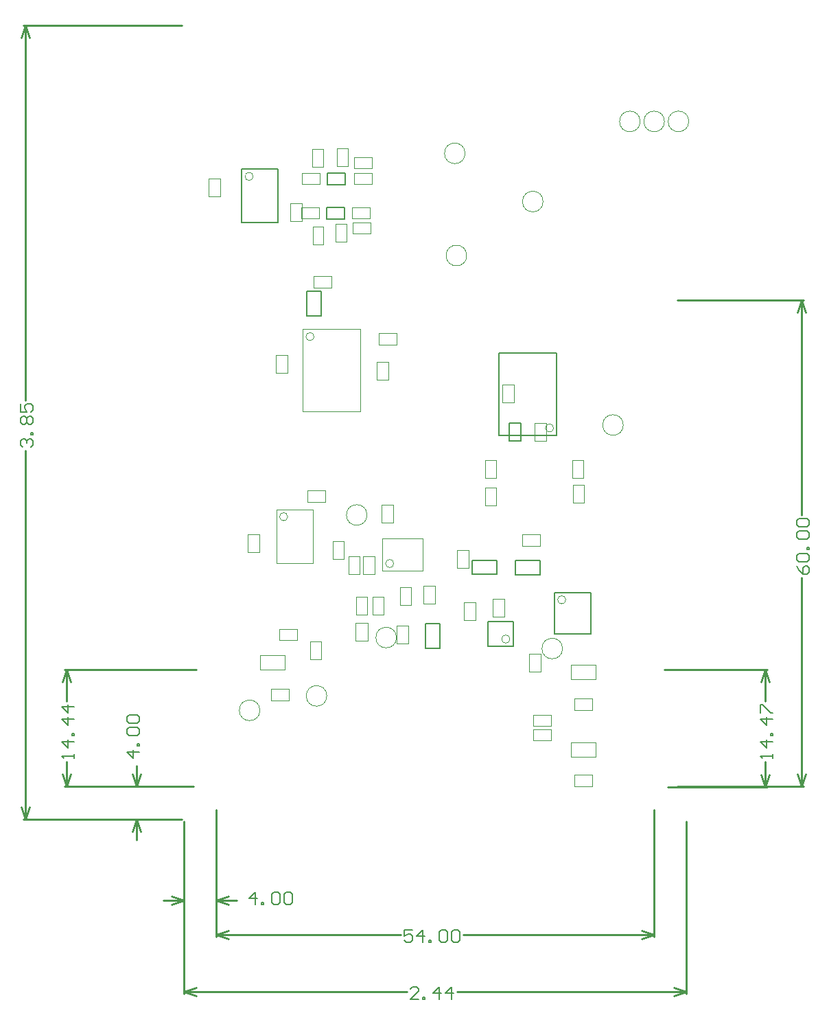
<source format=gbr>
G04 Layer_Color=16711935*
%FSLAX26Y26*%
%MOIN*%
%TF.FileFunction,Other,Mechanical_13*%
%TF.Part,Single*%
G01*
G75*
%TA.AperFunction,NonConductor*%
%ADD50C,0.010000*%
%ADD51C,0.003937*%
%ADD53C,0.005000*%
%ADD80C,0.006000*%
D50*
X-2064882Y-2812522D02*
X-1439945D01*
X-2064882Y-2244018D02*
X-1425532D01*
X-2054882Y-2812522D02*
Y-2690228D01*
Y-2398312D02*
Y-2244018D01*
Y-2812522D02*
X-2034882Y-2752522D01*
X-2074882D02*
X-2054882Y-2812522D01*
X-2074882Y-2304018D02*
X-2054882Y-2244018D01*
X-2034882Y-2304018D01*
X848464Y-2244018D02*
X1346850D01*
X864409Y-2813703D02*
X1346850D01*
X1336850Y-2398903D02*
Y-2244018D01*
Y-2813703D02*
Y-2690819D01*
X1316850Y-2304018D02*
X1336850Y-2244018D01*
X1356850Y-2304018D01*
X1336850Y-2813703D02*
X1356850Y-2753703D01*
X1316850D02*
X1336850Y-2813703D01*
X-1727000Y-2812522D02*
X-1439945D01*
X-1727000Y-2970112D02*
X-1495110D01*
X-1717000Y-3070112D02*
Y-2970112D01*
Y-2812522D02*
Y-2712522D01*
X-1737000Y-3030112D02*
X-1717000Y-2970112D01*
X-1697000Y-3030112D01*
X-1717000Y-2812522D02*
X-1697000Y-2752522D01*
X-1737000D02*
X-1717000Y-2812522D01*
X-1485110Y-3373703D02*
Y-2980112D01*
X-1327520Y-3373703D02*
Y-2924947D01*
Y-3363703D02*
X-1227520D01*
X-1585110D02*
X-1485110D01*
X-1327520D02*
X-1267520Y-3383703D01*
X-1327520Y-3363703D02*
X-1267520Y-3343703D01*
X-1545110D02*
X-1485110Y-3363703D01*
X-1545110Y-3383703D02*
X-1485110Y-3363703D01*
X-1327520Y-3541962D02*
Y-2924947D01*
X798464Y-3541962D02*
Y-2924947D01*
X-1327520Y-3531962D02*
X-431484D01*
X-129572D02*
X798464D01*
X-1327520D02*
X-1267520Y-3551962D01*
X-1327520Y-3531962D02*
X-1267520Y-3511962D01*
X738464D02*
X798464Y-3531962D01*
X738464Y-3551962D02*
X798464Y-3531962D01*
X910889Y-2812522D02*
X1524890D01*
X910889Y-450316D02*
X1524890D01*
X1514890Y-2812522D02*
Y-1798375D01*
Y-1496463D02*
Y-450316D01*
Y-2812522D02*
X1534890Y-2752522D01*
X1494890D02*
X1514890Y-2812522D01*
X1494890Y-510316D02*
X1514890Y-450316D01*
X1534890Y-510316D01*
X-2266000Y881998D02*
X-1495110D01*
X-2266000Y-2970112D02*
X-1495110D01*
X-2256000Y-939091D02*
Y881998D01*
Y-2970112D02*
Y-1181023D01*
X-2276000Y821998D02*
X-2256000Y881998D01*
X-2236000Y821998D01*
X-2256000Y-2970112D02*
X-2236000Y-2910112D01*
X-2276000D02*
X-2256000Y-2970112D01*
X-1485110Y-3817553D02*
Y-2980112D01*
X955945Y-3817553D02*
Y-2980112D01*
X-1485110Y-3807553D02*
X-401548D01*
X-159616D02*
X955945D01*
X-1485110D02*
X-1425110Y-3827553D01*
X-1485110Y-3807553D02*
X-1425110Y-3787553D01*
X895945D02*
X955945Y-3807553D01*
X895945Y-3827553D02*
X955945Y-3807553D01*
D51*
X353465Y-2142522D02*
G03*
X353465Y-2142522I-50000J0D01*
G01*
X648465Y-1057522D02*
G03*
X648465Y-1057522I-50000J0D01*
G01*
X-120000Y260998D02*
G03*
X-120000Y260998I-50000J0D01*
G01*
X-1116535Y-2442522D02*
G03*
X-1116535Y-2442522I-50000J0D01*
G01*
X730354Y415825D02*
G03*
X730354Y415825I-50000J0D01*
G01*
X848465D02*
G03*
X848465Y415825I-50000J0D01*
G01*
X966575D02*
G03*
X966575Y415825I-50000J0D01*
G01*
X-791535Y-2372522D02*
G03*
X-791535Y-2372522I-50000J0D01*
G01*
X259000Y26998D02*
G03*
X259000Y26998I-50000J0D01*
G01*
X-596307Y-1494207D02*
G03*
X-596307Y-1494207I-50000J0D01*
G01*
X-453307Y-2089207D02*
G03*
X-453307Y-2089207I-50000J0D01*
G01*
X-112000Y-235002D02*
G03*
X-112000Y-235002I-50000J0D01*
G01*
X-466338Y-1730057D02*
G03*
X-466338Y-1730057I-19685J0D01*
G01*
X-981771Y-1502718D02*
G03*
X-981771Y-1502718I-19685J0D01*
G01*
X309732Y-1071962D02*
G03*
X309732Y-1071962I-19685J0D01*
G01*
X-1149441Y148943D02*
G03*
X-1149441Y148943I-19685J0D01*
G01*
X368961Y-1905742D02*
G03*
X368961Y-1905742I-19685J0D01*
G01*
X97426Y-2096766D02*
G03*
X97426Y-2096766I-19685J0D01*
G01*
X-853645Y-628632D02*
G03*
X-853645Y-628632I-19685J0D01*
G01*
X-572693Y187425D02*
Y240575D01*
X-659307Y187425D02*
Y240575D01*
Y187425D02*
X-572693D01*
X-659307Y240575D02*
X-572693D01*
Y112425D02*
Y165575D01*
X-659307Y112425D02*
Y165575D01*
Y112425D02*
X-572693D01*
X-659307Y165575D02*
X-572693D01*
X-580693Y-54575D02*
Y-1425D01*
X-667307Y-54575D02*
Y-1425D01*
Y-54575D02*
X-580693D01*
X-667307Y-1425D02*
X-580693D01*
X-1175078Y-1589216D02*
X-1117992D01*
X-1175078Y-1675830D02*
X-1117992D01*
Y-1589216D01*
X-1175078Y-1675830D02*
Y-1589216D01*
X410158Y-2811064D02*
X496772D01*
X410158Y-2753978D02*
X496772D01*
Y-2811064D02*
Y-2753978D01*
X410158Y-2811064D02*
Y-2753978D01*
X393426Y-2598074D02*
X513504D01*
X393426Y-2666972D02*
X513504D01*
Y-2598074D01*
X393426Y-2666972D02*
Y-2598074D01*
X410158Y-2441064D02*
X496772D01*
X410158Y-2383978D02*
X496772D01*
Y-2441064D02*
Y-2383978D01*
X410158Y-2441064D02*
Y-2383978D01*
X393426Y-2223074D02*
X513504D01*
X393426Y-2291972D02*
X513504D01*
Y-2223074D01*
X393426Y-2291972D02*
Y-2223074D01*
X-1062748Y-2393694D02*
Y-2336608D01*
X-976134Y-2393694D02*
Y-2336608D01*
X-1062748Y-2393694D02*
X-976134D01*
X-1062748Y-2336608D02*
X-976134D01*
X-1114794Y-2175592D02*
X-996684D01*
X-1114794Y-2244490D02*
X-996684D01*
X-1114794D02*
Y-2175592D01*
X-996684Y-2244490D02*
Y-2175592D01*
X-324604Y-1765490D02*
Y-1608008D01*
X-521456Y-1765490D02*
Y-1608008D01*
X-324604D01*
X-521456Y-1765490D02*
X-324604D01*
X-159574Y-1752056D02*
X-102486D01*
X-159574Y-1665442D02*
X-102486D01*
X-159574Y-1752056D02*
Y-1665442D01*
X-102486Y-1752056D02*
Y-1665442D01*
X189922Y-2169216D02*
X247010D01*
X189922Y-2255830D02*
X247010D01*
Y-2169216D01*
X189922Y-2255830D02*
Y-2169216D01*
X15152Y-1987512D02*
X72238D01*
X15152Y-1900898D02*
X72238D01*
Y-1987512D02*
Y-1900898D01*
X15152Y-1987512D02*
Y-1900898D01*
X245254Y-1645750D02*
Y-1588662D01*
X158640Y-1645750D02*
Y-1588662D01*
Y-1645750D02*
X245254D01*
X158640Y-1588662D02*
X245254D01*
X-124850Y-2004718D02*
X-67762D01*
X-124850Y-1918104D02*
X-67762D01*
X-124850Y-2004718D02*
Y-1918104D01*
X-67762Y-2004718D02*
Y-1918104D01*
X-451850Y-2117512D02*
X-394762D01*
X-451850Y-2030898D02*
X-394762D01*
X-451850Y-2117512D02*
Y-2030898D01*
X-394762Y-2117512D02*
Y-2030898D01*
X-1040542Y-719694D02*
X-983456D01*
X-1040542Y-806308D02*
X-983456D01*
Y-719694D01*
X-1040542Y-806308D02*
Y-719694D01*
X-550542Y-751694D02*
X-493456D01*
X-550542Y-838308D02*
X-493456D01*
Y-751694D01*
X-550542Y-838308D02*
Y-751694D01*
X-854306Y-392544D02*
Y-335458D01*
X-767692Y-392544D02*
Y-335458D01*
X-854306D02*
X-767692D01*
X-854306Y-392544D02*
X-767692D01*
X-1366544Y52486D02*
X-1309456D01*
X-1366544Y139100D02*
X-1309456D01*
X-1366544Y52486D02*
Y139100D01*
X-1309456Y52486D02*
Y139100D01*
X-968544Y19306D02*
X-911456D01*
X-968544Y-67308D02*
X-911456D01*
X-968544D02*
Y19306D01*
X-911456Y-67308D02*
Y19306D01*
X218038Y-1048852D02*
X275126D01*
X218038Y-1135468D02*
X275126D01*
X218038D02*
Y-1048852D01*
X275126Y-1135468D02*
Y-1048852D01*
X62172Y-946900D02*
X119260D01*
X62172Y-860286D02*
X119260D01*
Y-946900D02*
Y-860286D01*
X62172Y-946900D02*
Y-860286D01*
X-321960Y-1836804D02*
X-264872D01*
X-321960Y-1923420D02*
X-264872D01*
Y-1836804D01*
X-321960Y-1923420D02*
Y-1836804D01*
X-526960Y-1530622D02*
X-469872D01*
X-526960Y-1444008D02*
X-469872D01*
X-526960Y-1530622D02*
Y-1444008D01*
X-469872Y-1530622D02*
Y-1444008D01*
X-884606Y-1430630D02*
Y-1373544D01*
X-797992Y-1430630D02*
Y-1373544D01*
X-884606D02*
X-797992D01*
X-884606Y-1430630D02*
X-797992D01*
X-21880Y-1447512D02*
X31270D01*
X-21880Y-1360898D02*
X31270D01*
X-21880Y-1447512D02*
Y-1360898D01*
X31270Y-1447512D02*
Y-1360898D01*
X403120Y-1435512D02*
X456270D01*
X403120Y-1348898D02*
X456270D01*
X403120Y-1435512D02*
Y-1348898D01*
X456270Y-1435512D02*
Y-1348898D01*
X400120Y-1313512D02*
X453270D01*
X400120Y-1226898D02*
X453270D01*
X400120Y-1313512D02*
Y-1226898D01*
X453270Y-1313512D02*
Y-1226898D01*
X-21880Y-1313512D02*
X31270D01*
X-21880Y-1226898D02*
X31270D01*
X-21880Y-1313512D02*
Y-1226898D01*
X31270Y-1313512D02*
Y-1226898D01*
X-1036888Y-1727126D02*
Y-1467284D01*
X-859724Y-1727126D02*
Y-1467284D01*
X-1036888D02*
X-859724D01*
X-1036888Y-1727126D02*
X-859724D01*
X-863574Y195694D02*
Y282308D01*
X-810424Y195694D02*
Y282308D01*
X-863574Y195694D02*
X-810424D01*
X-863574Y282308D02*
X-810424D01*
X-666306Y-74424D02*
X-579692D01*
X-666306Y-127574D02*
X-579692D01*
X-666306D02*
Y-74424D01*
X-579692Y-127574D02*
Y-74424D01*
X-860574Y-181308D02*
Y-94694D01*
X-807424Y-181308D02*
Y-94694D01*
X-860574Y-181308D02*
X-807424D01*
X-860574Y-94694D02*
X-807424D01*
X-914306Y-55592D02*
X-827692D01*
X-914306Y-2442D02*
X-827692D01*
Y-55592D02*
Y-2442D01*
X-914306Y-55592D02*
Y-2442D01*
X-694424Y-169308D02*
Y-82694D01*
X-747574Y-169308D02*
Y-82694D01*
X-694424D01*
X-747574Y-169308D02*
X-694424D01*
X-743574Y197694D02*
Y284308D01*
X-690424Y197694D02*
Y284308D01*
X-743574Y197694D02*
X-690424D01*
X-743574Y284308D02*
X-690424D01*
X-913306Y166574D02*
X-826692D01*
X-913306Y113424D02*
X-826692D01*
X-913306D02*
Y166574D01*
X-826692Y113424D02*
Y166574D01*
X-631842Y-1780622D02*
Y-1694008D01*
X-684990Y-1780622D02*
Y-1694008D01*
X-631842D01*
X-684990Y-1780622D02*
X-631842D01*
X-596730Y-1979512D02*
Y-1892898D01*
X-649880Y-1979512D02*
Y-1892898D01*
X-596730D01*
X-649880Y-1979512D02*
X-596730D01*
X-707988Y-1709148D02*
Y-1622534D01*
X-761136Y-1709148D02*
Y-1622534D01*
X-707988D01*
X-761136Y-1709148D02*
X-707988D01*
X-514730Y-1979512D02*
Y-1892898D01*
X-567880Y-1979512D02*
Y-1892898D01*
X-514730D01*
X-567880Y-1979512D02*
X-514730D01*
X210156Y-2535948D02*
X296770D01*
X210156Y-2589098D02*
X296770D01*
X210156D02*
Y-2535948D01*
X296770Y-2589098D02*
Y-2535948D01*
X210158Y-2519096D02*
X296772D01*
X210158Y-2465946D02*
X296772D01*
Y-2519096D02*
Y-2465946D01*
X210158Y-2519096D02*
Y-2465946D01*
X-381842Y-1930622D02*
Y-1844008D01*
X-434990Y-1930622D02*
Y-1844008D01*
X-381842D01*
X-434990Y-1930622D02*
X-381842D01*
X-908764Y-992804D02*
X-629236D01*
X-908764Y-593198D02*
X-629236D01*
Y-992804D02*
Y-593198D01*
X-908764Y-992804D02*
Y-593198D01*
X-616960Y-1780624D02*
Y-1694008D01*
X-559872Y-1780624D02*
Y-1694008D01*
X-616960Y-1780624D02*
X-559872D01*
X-616960Y-1694008D02*
X-559872D01*
X-593762Y-2104512D02*
Y-2017898D01*
X-650850Y-2104512D02*
Y-2017898D01*
X-593762D01*
X-650850Y-2104512D02*
X-593762D01*
X-537306Y-667544D02*
X-450692D01*
X-537306Y-610458D02*
X-450692D01*
Y-667544D02*
Y-610458D01*
X-537306Y-667544D02*
Y-610458D01*
X-819960Y-2195828D02*
Y-2109214D01*
X-873110Y-2195828D02*
Y-2109214D01*
X-819960D01*
X-873110Y-2195828D02*
X-819960D01*
X-1022746Y-2048576D02*
X-936132D01*
X-1022746Y-2101726D02*
X-936132D01*
Y-2048576D01*
X-1022746Y-2101726D02*
Y-2048576D01*
D53*
X150126Y-1135468D02*
Y-1048854D01*
X93038Y-1135468D02*
Y-1048854D01*
Y-1135468D02*
X150126D01*
X93038Y-1048854D02*
X150126D01*
X-311156Y-2140978D02*
Y-2022868D01*
X-242258Y-2140978D02*
Y-2022868D01*
X-311156D02*
X-242258D01*
X-311156Y-2140978D02*
X-242258D01*
X-787308Y166544D02*
X-700694D01*
X-787308Y109458D02*
X-700694D01*
X-787308D02*
Y166544D01*
X-700694Y109458D02*
Y166544D01*
X-792308Y-458D02*
X-705694D01*
X-792308Y-57544D02*
X-705694D01*
X-792308D02*
Y-458D01*
X-705694Y-57544D02*
Y-458D01*
X45952Y-707790D02*
X325480D01*
X45952Y-1107396D02*
X325480D01*
X45952D02*
Y-707790D01*
X325480Y-1107396D02*
Y-707790D01*
X-1204558Y-75466D02*
Y184376D01*
X-1027394Y-75466D02*
Y184376D01*
X-1204558D02*
X-1027394D01*
X-1204558Y-75466D02*
X-1027394D01*
X123332Y-1783762D02*
X243410D01*
X123332Y-1714864D02*
X243410D01*
X123332Y-1783762D02*
Y-1714864D01*
X243410Y-1783762D02*
Y-1714864D01*
X-86838Y-1782198D02*
X33240D01*
X-86838Y-1713300D02*
X33240D01*
X-86838Y-1782198D02*
Y-1713300D01*
X33240Y-1782198D02*
Y-1713300D01*
X313844Y-2071096D02*
Y-1870308D01*
X491010Y-2071096D02*
Y-1870308D01*
X313844D02*
X491010D01*
X313844Y-2071096D02*
X491010D01*
X113174Y-2132198D02*
Y-2010150D01*
X-8872Y-2132198D02*
Y-2010150D01*
Y-2132198D02*
X113174D01*
X-8872Y-2010150D02*
X113174D01*
X-887448Y-528042D02*
Y-407962D01*
X-818550Y-528042D02*
Y-407962D01*
X-887448D02*
X-818550D01*
X-887448Y-528042D02*
X-818550D01*
D80*
X-2018892Y-2674228D02*
Y-2654235D01*
Y-2664231D01*
X-2078873D01*
X-2068876Y-2674228D01*
X-2018892Y-2594254D02*
X-2078873D01*
X-2048882Y-2624244D01*
Y-2584257D01*
X-2018892Y-2564264D02*
X-2028889D01*
Y-2554267D01*
X-2018892D01*
Y-2564264D01*
Y-2484289D02*
X-2078873D01*
X-2048882Y-2514280D01*
Y-2474293D01*
X-2018892Y-2424309D02*
X-2078873D01*
X-2048882Y-2454299D01*
Y-2414312D01*
X1372840Y-2674819D02*
Y-2654825D01*
Y-2664822D01*
X1312860D01*
X1322857Y-2674819D01*
X1372840Y-2594845D02*
X1312860D01*
X1342850Y-2624835D01*
Y-2584848D01*
X1372840Y-2564854D02*
X1362844D01*
Y-2554857D01*
X1372840D01*
Y-2564854D01*
Y-2484880D02*
X1312860D01*
X1342850Y-2514870D01*
Y-2474883D01*
X1312860Y-2454890D02*
Y-2414903D01*
X1322857D01*
X1362844Y-2454890D01*
X1372840D01*
X-1701536Y-2644736D02*
X-1761516D01*
X-1731526Y-2674727D01*
Y-2634740D01*
X-1701536Y-2614746D02*
X-1711533D01*
Y-2604749D01*
X-1701536D01*
Y-2614746D01*
X-1751520Y-2564762D02*
X-1761516Y-2554765D01*
Y-2534772D01*
X-1751520Y-2524775D01*
X-1711533D01*
X-1701536Y-2534772D01*
Y-2554765D01*
X-1711533Y-2564762D01*
X-1751520D01*
Y-2504782D02*
X-1761516Y-2494785D01*
Y-2474791D01*
X-1751520Y-2464795D01*
X-1711533D01*
X-1701536Y-2474791D01*
Y-2494785D01*
X-1711533Y-2504782D01*
X-1751520D01*
X-1140049Y-3383388D02*
Y-3323407D01*
X-1170040Y-3353398D01*
X-1130053D01*
X-1110059Y-3383388D02*
Y-3373391D01*
X-1100062D01*
Y-3383388D01*
X-1110059D01*
X-1060075Y-3333404D02*
X-1050079Y-3323407D01*
X-1030085D01*
X-1020088Y-3333404D01*
Y-3373391D01*
X-1030085Y-3383388D01*
X-1050079D01*
X-1060075Y-3373391D01*
Y-3333404D01*
X-1000095D02*
X-990098Y-3323407D01*
X-970104D01*
X-960108Y-3333404D01*
Y-3373391D01*
X-970104Y-3383388D01*
X-990098D01*
X-1000095Y-3373391D01*
Y-3333404D01*
X-375497Y-3507972D02*
X-415484D01*
Y-3537962D01*
X-395491Y-3527966D01*
X-385494D01*
X-375497Y-3537962D01*
Y-3557956D01*
X-385494Y-3567953D01*
X-405488D01*
X-415484Y-3557956D01*
X-325514Y-3567953D02*
Y-3507972D01*
X-355504Y-3537962D01*
X-315517D01*
X-295523Y-3567953D02*
Y-3557956D01*
X-285526D01*
Y-3567953D01*
X-295523D01*
X-245539Y-3517969D02*
X-235543Y-3507972D01*
X-215549D01*
X-205552Y-3517969D01*
Y-3557956D01*
X-215549Y-3567953D01*
X-235543D01*
X-245539Y-3557956D01*
Y-3517969D01*
X-185559D02*
X-175562Y-3507972D01*
X-155569D01*
X-145572Y-3517969D01*
Y-3557956D01*
X-155569Y-3567953D01*
X-175562D01*
X-185559Y-3557956D01*
Y-3517969D01*
X1490900Y-1742388D02*
X1500897Y-1762382D01*
X1520890Y-1782375D01*
X1540883D01*
X1550880Y-1772379D01*
Y-1752385D01*
X1540883Y-1742388D01*
X1530887D01*
X1520890Y-1752385D01*
Y-1782375D01*
X1500897Y-1722395D02*
X1490900Y-1712398D01*
Y-1692405D01*
X1500897Y-1682408D01*
X1540883D01*
X1550880Y-1692405D01*
Y-1712398D01*
X1540883Y-1722395D01*
X1500897D01*
X1550880Y-1662414D02*
X1540883D01*
Y-1652417D01*
X1550880D01*
Y-1662414D01*
X1500897Y-1612430D02*
X1490900Y-1602434D01*
Y-1582440D01*
X1500897Y-1572443D01*
X1540883D01*
X1550880Y-1582440D01*
Y-1602434D01*
X1540883Y-1612430D01*
X1500897D01*
Y-1552450D02*
X1490900Y-1542453D01*
Y-1522459D01*
X1500897Y-1512463D01*
X1540883D01*
X1550880Y-1522459D01*
Y-1542453D01*
X1540883Y-1552450D01*
X1500897D01*
X-2269993Y-1165023D02*
X-2279990Y-1155026D01*
Y-1135033D01*
X-2269993Y-1125036D01*
X-2259997D01*
X-2250000Y-1135033D01*
Y-1145030D01*
Y-1135033D01*
X-2240003Y-1125036D01*
X-2230006D01*
X-2220010Y-1135033D01*
Y-1155026D01*
X-2230006Y-1165023D01*
X-2220010Y-1105042D02*
X-2230006D01*
Y-1095046D01*
X-2220010D01*
Y-1105042D01*
X-2269993Y-1055059D02*
X-2279990Y-1045062D01*
Y-1025068D01*
X-2269993Y-1015072D01*
X-2259997D01*
X-2250000Y-1025068D01*
X-2240003Y-1015072D01*
X-2230006D01*
X-2220010Y-1025068D01*
Y-1045062D01*
X-2230006Y-1055059D01*
X-2240003D01*
X-2250000Y-1045062D01*
X-2259997Y-1055059D01*
X-2269993D01*
X-2250000Y-1045062D02*
Y-1025068D01*
X-2279990Y-955091D02*
Y-995078D01*
X-2250000D01*
X-2259997Y-975085D01*
Y-965088D01*
X-2250000Y-955091D01*
X-2230006D01*
X-2220010Y-965088D01*
Y-985081D01*
X-2230006Y-995078D01*
X-345561Y-3843543D02*
X-385548D01*
X-345561Y-3803556D01*
Y-3793559D01*
X-355558Y-3783563D01*
X-375552D01*
X-385548Y-3793559D01*
X-325568Y-3843543D02*
Y-3833546D01*
X-315571D01*
Y-3843543D01*
X-325568D01*
X-245594D02*
Y-3783563D01*
X-275584Y-3813553D01*
X-235597D01*
X-185613Y-3843543D02*
Y-3783563D01*
X-215603Y-3813553D01*
X-175616D01*
%TF.MD5,9faf0ad8436cf2caecc7381945932022*%
M02*

</source>
